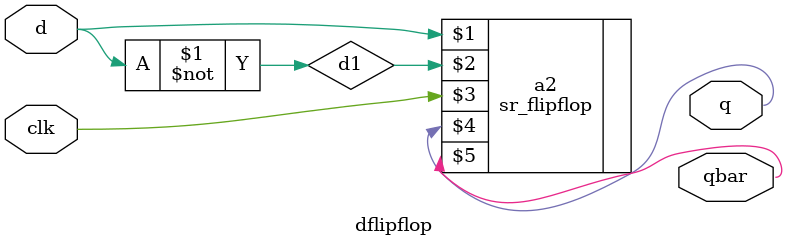
<source format=v>
`timescale 1ns / 1ps


module dflipflop(
    input d,clk,
    output q,qbar
    );
    wire d1;
    not a1(d1,d);
    sr_flipflop a2(d,d1,clk,q,qbar);
endmodule

</source>
